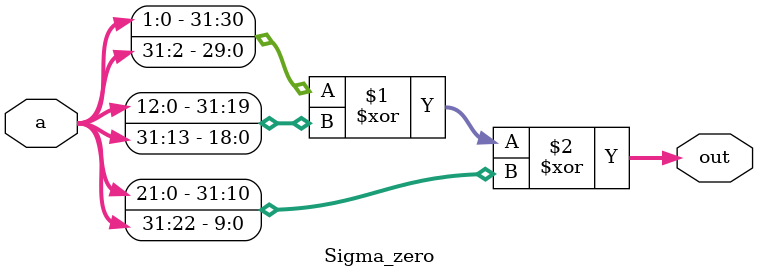
<source format=v>
module Sigma_zero( input   [31:0]   a ,
                   output  [31:0] out  );


// Rotation right by 2 , 13 and 22 

assign out = { a[1:0] , a[31:2] } ^ { a[12:0] , a[31:13]} ^ { a[21:0] , a[31:22] } ;



endmodule  
</source>
